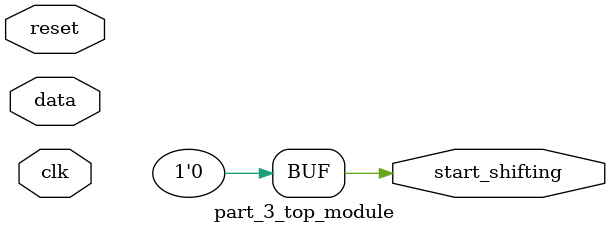
<source format=v>
module part_3_top_module (input clk, input reset,
 input data, output start_shifting = 0);

reg [3:0] d;
always @(posedge clk) begin
    if (d == 4'b1101) start_shifting <= 1;
    if (reset) start_shifting <= 0;
    d[0] <= data;
    d = d << 1;
end
endmodule
</source>
